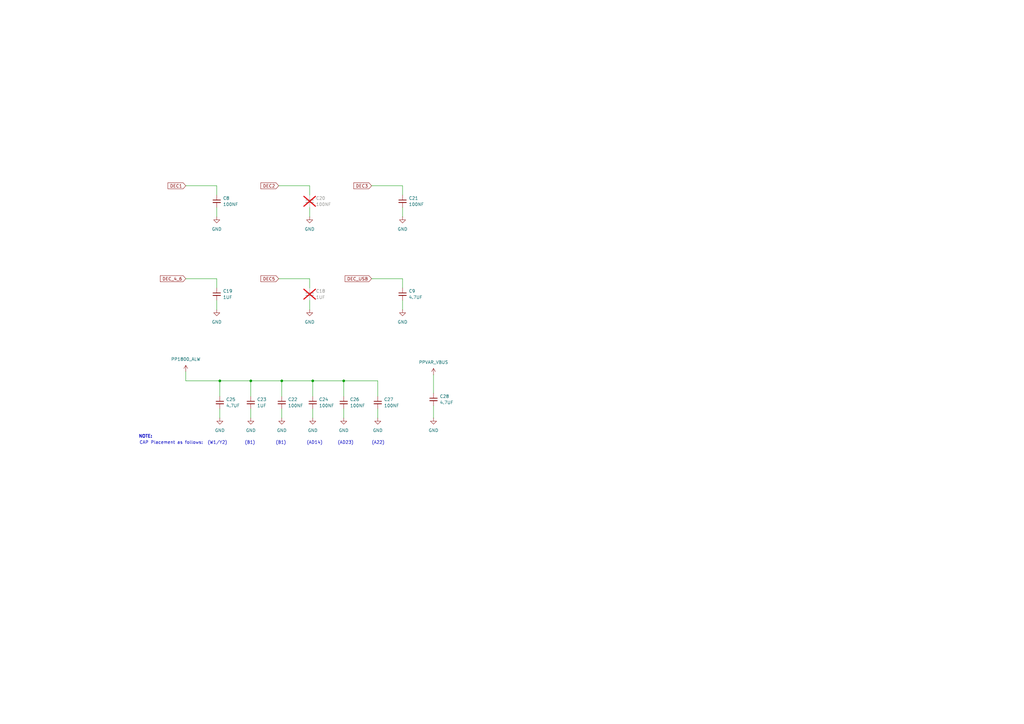
<source format=kicad_sch>
(kicad_sch (version 20231120) (generator "eeschema") (generator_version "8.0")
  (paper "A3")
  (title_block (title "LoRa Meshtastic Radio") (date "2024-10-24") (rev "Proto"))
  (lib_symbols
    (symbol "Device:C_Small" (pin_numbers hide) (pin_names (offset 0.254) hide)
      (property "Reference" "C" (at 0.254 1.778 0))
      (property "Value" "C_Small" (at 0.254 -2.032 0))
      (symbol "C_Small_0_1"
        (polyline (pts (xy -1.524 -0.508) (xy 1.524 -0.508)) (stroke (width 0.3302)))
        (polyline (pts (xy -1.524 0.508) (xy 1.524 0.508)) (stroke (width 0.3048)))
      )
      (symbol "C_Small_1_1"
        (pin passive line (at 0 2.54 270) (length 2.032) (name "~") (number "1"))
        (pin passive line (at 0 -2.54 90) (length 2.032) (name "~") (number "2"))
      )
    )
    (symbol "power:GND" (power) (pin_numbers hide) (pin_names (offset 0) hide)
      (property "Value" "GND" (at 0 -3.81 0))
      (symbol "GND_0_1"
        (polyline (pts (xy 0 0) (xy 0 -1.27) (xy 1.27 -1.27) (xy 0 -2.54) (xy -1.27 -1.27) (xy 0 -1.27)))
      )
      (symbol "GND_1_1"
        (pin power_in line (at 0 0 270) (length 0) (name "~") (number "1"))
      )
    )
    (symbol "power:VBUS" (power) (pin_numbers hide) (pin_names (offset 0) hide)
      (property "Value" "VBUS" (at 0 3.556 0))
      (symbol "VBUS_0_1"
        (polyline (pts (xy -0.762 1.27) (xy 0 2.54)))
        (polyline (pts (xy 0 0) (xy 0 2.54)))
        (polyline (pts (xy 0 2.54) (xy 0.762 1.27)))
      )
      (symbol "VBUS_1_1"
        (pin power_in line (at 0 0 90) (length 0) (name "~") (number "1"))
      )
    )
    (symbol "power:VCC" (power) (pin_numbers hide) (pin_names (offset 0) hide)
      (property "Value" "VCC" (at 0 3.556 0))
      (symbol "VCC_0_1"
        (polyline (pts (xy -0.762 1.27) (xy 0 2.54)))
        (polyline (pts (xy 0 0) (xy 0 2.54)))
        (polyline (pts (xy 0 2.54) (xy 0.762 1.27)))
      )
      (symbol "VCC_1_1"
        (pin power_in line (at 0 0 90) (length 0) (name "~") (number "1"))
      )
    )
  )
  (junction (at 90.17 156.21))
  (junction (at 115.57 156.21))
  (junction (at 102.87 156.21))
  (junction (at 128.27 156.21))
  (junction (at 140.97 156.21))
  (wire (pts (xy 90.17 156.21) (xy 90.17 162.56)))
  (wire (pts (xy 128.27 167.64) (xy 128.27 171.45)))
  (wire (pts (xy 115.57 167.64) (xy 115.57 171.45)))
  (wire (pts (xy 152.4 114.3) (xy 165.1 114.3)))
  (wire (pts (xy 115.57 156.21) (xy 115.57 162.56)))
  (wire (pts (xy 127 76.2) (xy 127 80.01)))
  (wire (pts (xy 128.27 156.21) (xy 128.27 162.56)))
  (wire (pts (xy 165.1 114.3) (xy 165.1 118.11)))
  (wire (pts (xy 152.4 76.2) (xy 165.1 76.2)))
  (wire (pts (xy 102.87 156.21) (xy 115.57 156.21)))
  (wire (pts (xy 127 123.19) (xy 127 127)))
  (wire (pts (xy 140.97 167.64) (xy 140.97 171.45)))
  (wire (pts (xy 76.2 156.21) (xy 90.17 156.21)))
  (wire (pts (xy 76.2 114.3) (xy 88.9 114.3)))
  (wire (pts (xy 177.8 153.67) (xy 177.8 161.29)))
  (wire (pts (xy 114.3 76.2) (xy 127 76.2)))
  (wire (pts (xy 165.1 85.09) (xy 165.1 88.9)))
  (wire (pts (xy 88.9 85.09) (xy 88.9 88.9)))
  (wire (pts (xy 88.9 114.3) (xy 88.9 118.11)))
  (wire (pts (xy 177.8 166.37) (xy 177.8 171.45)))
  (wire (pts (xy 165.1 123.19) (xy 165.1 127)))
  (wire (pts (xy 88.9 123.19) (xy 88.9 127)))
  (wire (pts (xy 102.87 167.64) (xy 102.87 171.45)))
  (wire (pts (xy 76.2 152.4) (xy 76.2 156.21)))
  (wire (pts (xy 127 114.3) (xy 127 118.11)))
  (wire (pts (xy 114.3 114.3) (xy 127 114.3)))
  (wire (pts (xy 154.94 167.64) (xy 154.94 171.45)))
  (wire (pts (xy 140.97 156.21) (xy 140.97 162.56)))
  (wire (pts (xy 115.57 156.21) (xy 128.27 156.21)))
  (wire (pts (xy 88.9 76.2) (xy 88.9 80.01)))
  (wire (pts (xy 140.97 156.21) (xy 154.94 156.21)))
  (wire (pts (xy 165.1 76.2) (xy 165.1 80.01)))
  (wire (pts (xy 127 85.09) (xy 127 88.9)))
  (wire (pts (xy 76.2 76.2) (xy 88.9 76.2)))
  (wire (pts (xy 102.87 156.21) (xy 102.87 162.56)))
  (wire (pts (xy 154.94 156.21) (xy 154.94 162.56)))
  (wire (pts (xy 128.27 156.21) (xy 140.97 156.21)))
  (wire (pts (xy 90.17 167.64) (xy 90.17 171.45)))
  (wire (pts (xy 90.17 156.21) (xy 102.87 156.21)))
  (text "NOTE:" (at 59.69 179.07 0) (effects (font (size 1.27 1.27) (thickness 0.254) (bold yes))))
  (text "(AD14)" (at 125.73 181.61 0) (effects (font (size 1.27 1.27)) (justify left)))
  (text "CAP Placement as follows:" (at 57.15 181.61 0) (effects (font (size 1.27 1.27)) (justify left)))
  (text "(B1)" (at 100.33 181.61 0) (effects (font (size 1.27 1.27)) (justify left)))
  (text "(B1)" (at 113.03 181.61 0) (effects (font (size 1.27 1.27)) (justify left)))
  (text "(A22)" (at 152.4 181.61 0) (effects (font (size 1.27 1.27)) (justify left)))
  (text "(AD23)" (at 138.43 181.61 0) (effects (font (size 1.27 1.27)) (justify left)))
  (text "(W1/Y2)" (at 85.09 181.61 0) (effects (font (size 1.27 1.27)) (justify left)))
  (global_label "DEC2" (shape input) (at 114.3 76.2 180) (property "Intersheetrefs" "${INTERSHEET_REFS}" (effects (hide yes))))
  (global_label "DEC5" (shape input) (at 114.3 114.3 180) (property "Intersheetrefs" "${INTERSHEET_REFS}" (effects (hide yes))))
  (global_label "DEC_USB" (shape input) (at 152.4 114.3 180) (property "Intersheetrefs" "${INTERSHEET_REFS}" (effects (hide yes))))
  (global_label "DEC_4_6" (shape input) (at 76.2 114.3 180) (property "Intersheetrefs" "${INTERSHEET_REFS}" (effects (hide yes))))
  (global_label "DEC3" (shape input) (at 152.4 76.2 180) (property "Intersheetrefs" "${INTERSHEET_REFS}" (effects (hide yes))))
  (global_label "DEC1" (shape input) (at 76.2 76.2 180) (property "Intersheetrefs" "${INTERSHEET_REFS}" (effects (hide yes))))
  (symbol (lib_id "Device:C_Small") (at 127 82.55 0) (unit 1) (dnp yes)
    (property "Reference" "C20" (at 129.54 81.2862 0) (effects (justify left)))
    (property "Value" "100NF" (at 129.54 83.8262 0) (effects (justify left)))
    (property "Description" "Unpolarized capacitor, small symbol" (effects (hide yes)))
  )
  (symbol (lib_id "power:GND") (at 154.94 171.45 0) (unit 1)
    (property "Reference" "#PWR051" (effects (hide yes)))
    (property "Value" "GND" (at 154.94 176.53 0))
    (property "Description" "Power symbol creates a global label with name \"GND\" , ground" (effects (hide yes)))
  )
  (symbol (lib_id "Device:C_Small") (at 88.9 120.65 0) (unit 1)
    (property "Reference" "C19" (at 91.44 119.3862 0) (effects (justify left)))
    (property "Value" "1UF" (at 91.44 121.9262 0) (effects (justify left)))
    (property "Description" "Unpolarized capacitor, small symbol" (effects (hide yes)))
  )
  (symbol (lib_id "power:GND") (at 115.57 171.45 0) (unit 1)
    (property "Reference" "#PWR046" (effects (hide yes)))
    (property "Value" "GND" (at 115.57 176.53 0))
    (property "Description" "Power symbol creates a global label with name \"GND\" , ground" (effects (hide yes)))
  )
  (symbol (lib_id "power:GND") (at 165.1 88.9 0) (unit 1)
    (property "Reference" "#PWR044" (effects (hide yes)))
    (property "Value" "GND" (at 165.1 93.98 0))
    (property "Description" "Power symbol creates a global label with name \"GND\" , ground" (effects (hide yes)))
  )
  (symbol (lib_id "power:GND") (at 88.9 88.9 0) (unit 1)
    (property "Reference" "#PWR039" (effects (hide yes)))
    (property "Value" "GND" (at 88.9 93.98 0))
    (property "Description" "Power symbol creates a global label with name \"GND\" , ground" (effects (hide yes)))
  )
  (symbol (lib_id "Device:C_Small") (at 115.57 165.1 0) (unit 1)
    (property "Reference" "C22" (at 118.11 163.8362 0) (effects (justify left)))
    (property "Value" "100NF" (at 118.11 166.3762 0) (effects (justify left)))
    (property "Description" "Unpolarized capacitor, small symbol" (effects (hide yes)))
  )
  (symbol (lib_id "power:GND") (at 140.97 171.45 0) (unit 1)
    (property "Reference" "#PWR050" (effects (hide yes)))
    (property "Value" "GND" (at 140.97 176.53 0))
    (property "Description" "Power symbol creates a global label with name \"GND\" , ground" (effects (hide yes)))
  )
  (symbol (lib_id "Device:C_Small") (at 102.87 165.1 0) (unit 1)
    (property "Reference" "C23" (at 105.41 163.8362 0) (effects (justify left)))
    (property "Value" "1UF" (at 105.41 166.3762 0) (effects (justify left)))
    (property "Description" "Unpolarized capacitor, small symbol" (effects (hide yes)))
  )
  (symbol (lib_id "Device:C_Small") (at 165.1 82.55 0) (unit 1)
    (property "Reference" "C21" (at 167.64 81.2862 0) (effects (justify left)))
    (property "Value" "100NF" (at 167.64 83.8262 0) (effects (justify left)))
    (property "Description" "Unpolarized capacitor, small symbol" (effects (hide yes)))
  )
  (symbol (lib_id "Device:C_Small") (at 88.9 82.55 0) (unit 1)
    (property "Reference" "C8" (at 91.44 81.2862 0) (effects (justify left)))
    (property "Value" "100NF" (at 91.44 83.8262 0) (effects (justify left)))
    (property "Description" "Unpolarized capacitor, small symbol" (effects (hide yes)))
  )
  (symbol (lib_id "Device:C_Small") (at 140.97 165.1 0) (unit 1)
    (property "Reference" "C26" (at 143.51 163.8362 0) (effects (justify left)))
    (property "Value" "100NF" (at 143.51 166.3762 0) (effects (justify left)))
    (property "Description" "Unpolarized capacitor, small symbol" (effects (hide yes)))
  )
  (symbol (lib_id "power:VBUS") (at 177.8 153.67 0) (unit 1)
    (property "Reference" "#PWR053" (effects (hide yes)))
    (property "Value" "PPVAR_VBUS" (at 177.8 148.59 0))
    (property "Description" "Power symbol creates a global label with name \"VBUS\"" (effects (hide yes)))
  )
  (symbol (lib_id "power:GND") (at 127 127 0) (unit 1)
    (property "Reference" "#PWR041" (effects (hide yes)))
    (property "Value" "GND" (at 127 132.08 0))
    (property "Description" "Power symbol creates a global label with name \"GND\" , ground" (effects (hide yes)))
  )
  (symbol (lib_id "power:GND") (at 128.27 171.45 0) (unit 1)
    (property "Reference" "#PWR048" (effects (hide yes)))
    (property "Value" "GND" (at 128.27 176.53 0))
    (property "Description" "Power symbol creates a global label with name \"GND\" , ground" (effects (hide yes)))
  )
  (symbol (lib_id "power:GND") (at 88.9 127 0) (unit 1)
    (property "Reference" "#PWR042" (effects (hide yes)))
    (property "Value" "GND" (at 88.9 132.08 0))
    (property "Description" "Power symbol creates a global label with name \"GND\" , ground" (effects (hide yes)))
  )
  (symbol (lib_id "Device:C_Small") (at 127 120.65 0) (unit 1) (dnp yes)
    (property "Reference" "C18" (at 129.54 119.3862 0) (effects (justify left)))
    (property "Value" "1UF" (at 129.54 121.9262 0) (effects (justify left)))
    (property "Description" "Unpolarized capacitor, small symbol" (effects (hide yes)))
  )
  (symbol (lib_id "power:GND") (at 165.1 127 0) (unit 1)
    (property "Reference" "#PWR040" (effects (hide yes)))
    (property "Value" "GND" (at 165.1 132.08 0))
    (property "Description" "Power symbol creates a global label with name \"GND\" , ground" (effects (hide yes)))
  )
  (symbol (lib_id "Device:C_Small") (at 165.1 120.65 0) (unit 1)
    (property "Reference" "C9" (at 167.64 119.3862 0) (effects (justify left)))
    (property "Value" "4.7UF" (at 167.64 121.9262 0) (effects (justify left)))
    (property "Description" "Unpolarized capacitor, small symbol" (effects (hide yes)))
  )
  (symbol (lib_id "power:GND") (at 177.8 171.45 0) (unit 1)
    (property "Reference" "#PWR052" (effects (hide yes)))
    (property "Value" "GND" (at 177.8 176.53 0))
    (property "Description" "Power symbol creates a global label with name \"GND\" , ground" (effects (hide yes)))
  )
  (symbol (lib_id "Device:C_Small") (at 154.94 165.1 0) (unit 1)
    (property "Reference" "C27" (at 157.48 163.8362 0) (effects (justify left)))
    (property "Value" "100NF" (at 157.48 166.3762 0) (effects (justify left)))
    (property "Description" "Unpolarized capacitor, small symbol" (effects (hide yes)))
  )
  (symbol (lib_id "power:VCC") (at 76.2 152.4 0) (unit 1)
    (property "Reference" "#PWR045" (effects (hide yes)))
    (property "Value" "PP1800_ALW" (at 76.2 147.32 0))
    (property "Description" "Power symbol creates a global label with name \"VCC\"" (effects (hide yes)))
  )
  (symbol (lib_id "power:GND") (at 102.87 171.45 0) (unit 1)
    (property "Reference" "#PWR047" (effects (hide yes)))
    (property "Value" "GND" (at 102.87 176.53 0))
    (property "Description" "Power symbol creates a global label with name \"GND\" , ground" (effects (hide yes)))
  )
  (symbol (lib_id "power:GND") (at 127 88.9 0) (unit 1)
    (property "Reference" "#PWR043" (effects (hide yes)))
    (property "Value" "GND" (at 127 93.98 0))
    (property "Description" "Power symbol creates a global label with name \"GND\" , ground" (effects (hide yes)))
  )
  (symbol (lib_id "power:GND") (at 90.17 171.45 0) (unit 1)
    (property "Reference" "#PWR049" (effects (hide yes)))
    (property "Value" "GND" (at 90.17 176.53 0))
    (property "Description" "Power symbol creates a global label with name \"GND\" , ground" (effects (hide yes)))
  )
  (symbol (lib_id "Device:C_Small") (at 128.27 165.1 0) (unit 1)
    (property "Reference" "C24" (at 130.81 163.8362 0) (effects (justify left)))
    (property "Value" "100NF" (at 130.81 166.3762 0) (effects (justify left)))
    (property "Description" "Unpolarized capacitor, small symbol" (effects (hide yes)))
  )
  (symbol (lib_id "Device:C_Small") (at 177.8 163.83 0) (unit 1)
    (property "Reference" "C28" (at 180.34 162.5662 0) (effects (justify left)))
    (property "Value" "4.7UF" (at 180.34 165.1062 0) (effects (justify left)))
    (property "Description" "Unpolarized capacitor, small symbol" (effects (hide yes)))
  )
  (symbol (lib_id "Device:C_Small") (at 90.17 165.1 0) (unit 1)
    (property "Reference" "C25" (at 92.71 163.8362 0) (effects (justify left)))
    (property "Value" "4.7UF" (at 92.71 166.3762 0) (effects (justify left)))
    (property "Description" "Unpolarized capacitor, small symbol" (effects (hide yes)))
  )
)
</source>
